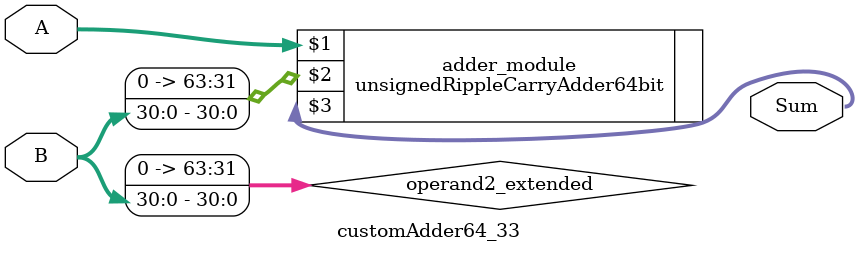
<source format=v>
module customAdder64_33(
                        input [63 : 0] A,
                        input [30 : 0] B,
                        
                        output [64 : 0] Sum
                );

        wire [63 : 0] operand2_extended;
        
        assign operand2_extended =  {33'b0, B};
        
        unsignedRippleCarryAdder64bit adder_module(
            A,
            operand2_extended,
            Sum
        );
        
        endmodule
        
</source>
